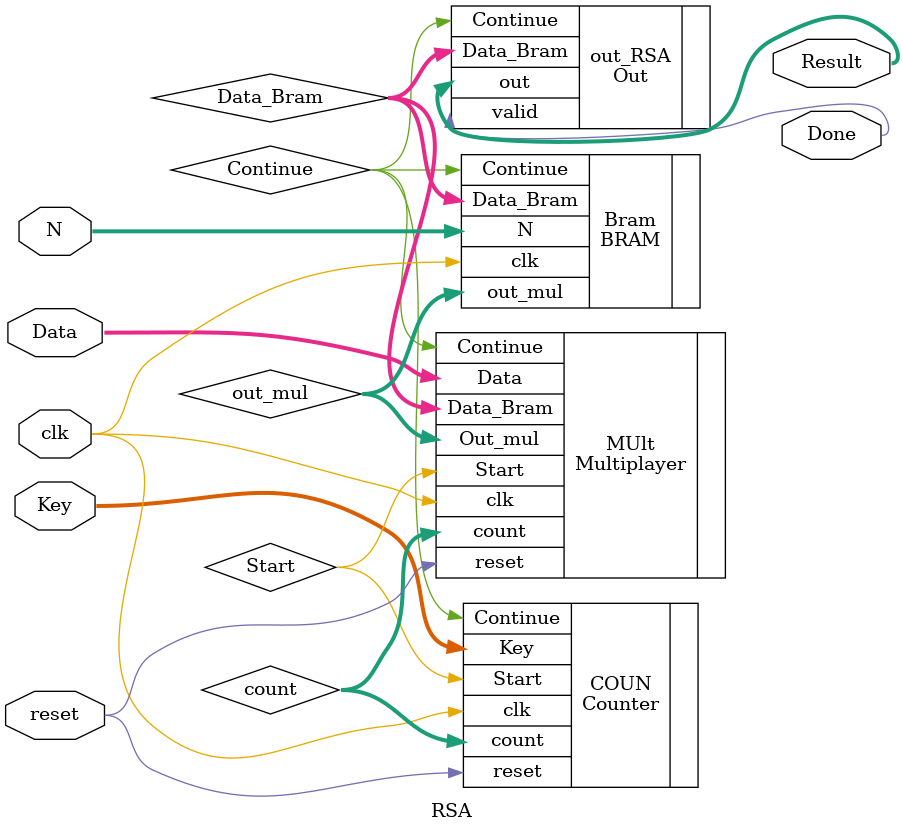
<source format=v>
module RSA #(
   parameter WIDTH = 6
)(
    input clk,
    input reset,
    input [WIDTH-1:0] Data,
    input [5:0] Key,
    input [WIDTH-1:0] N,
    output [WIDTH-1:0] Result,
    output Done
);
    wire Continue,Start;
    wire [WIDTH-1:0] Data_Bram, count;
    wire [(2*WIDTH)-1:0] out_mul;

    Out out_RSA(
        .Continue(Continue),
        .Data_Bram(Data_Bram),
        .valid(Done),
        .out(Result)
    );

    BRAM Bram(
        .clk(clk),
        .Continue(Continue),
        .N(N),
        .Data_Bram(Data_Bram),
        .out_mul(out_mul)
    );

    Multiplayer MUlt(
        .clk(clk),
        .reset(reset),
        .Data(Data),
        .Continue(Continue),
        .Start(Start),
        .Data_Bram(Data_Bram),
        .count(count),
        .Out_mul(out_mul)
    );

    Counter COUN(
        .count(count),
        .Key(Key),
        .reset(reset),
        .clk(clk),
        .Start(Start),
        .Continue(Continue)
    );


endmodule
</source>
